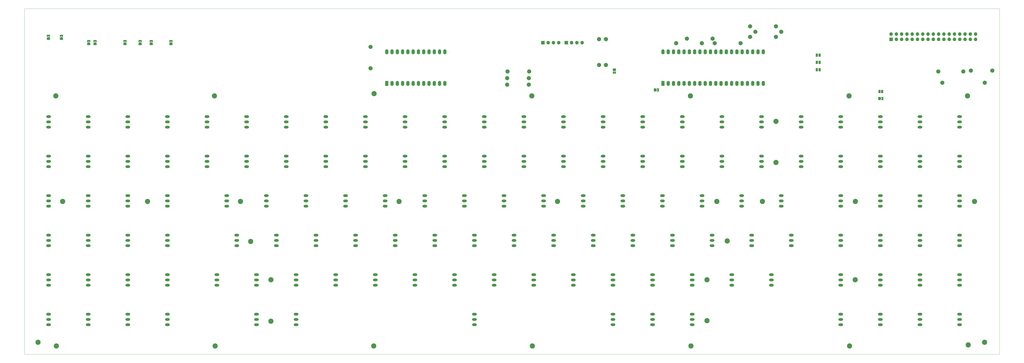
<source format=gbr>
%TF.GenerationSoftware,KiCad,Pcbnew,(6.0.5-0)*%
%TF.CreationDate,2022-06-24T21:01:45-04:00*%
%TF.ProjectId,SpaceCadet-rounded,53706163-6543-4616-9465-742d726f756e,rev?*%
%TF.SameCoordinates,Original*%
%TF.FileFunction,Soldermask,Top*%
%TF.FilePolarity,Negative*%
%FSLAX46Y46*%
G04 Gerber Fmt 4.6, Leading zero omitted, Abs format (unit mm)*
G04 Created by KiCad (PCBNEW (6.0.5-0)) date 2022-06-24 21:01:45*
%MOMM*%
%LPD*%
G01*
G04 APERTURE LIST*
G04 Aperture macros list*
%AMFreePoly0*
4,1,6,1.000000,0.000000,0.500000,-0.750000,-0.500000,-0.750000,-0.500000,0.750000,0.500000,0.750000,1.000000,0.000000,1.000000,0.000000,$1*%
%AMFreePoly1*
4,1,6,0.500000,-0.750000,-0.650000,-0.750000,-0.150000,0.000000,-0.650000,0.750000,0.500000,0.750000,0.500000,-0.750000,0.500000,-0.750000,$1*%
G04 Aperture macros list end*
%TA.AperFunction,Profile*%
%ADD10C,0.100000*%
%TD*%
%ADD11C,2.500000*%
%ADD12O,2.286000X1.300000*%
%ADD13R,1.600000X2.400000*%
%ADD14O,1.600000X2.400000*%
%ADD15C,2.000000*%
%ADD16R,1.700000X1.700000*%
%ADD17O,1.700000X1.700000*%
%ADD18FreePoly0,90.000000*%
%ADD19FreePoly1,90.000000*%
%ADD20FreePoly0,0.000000*%
%ADD21FreePoly1,0.000000*%
%ADD22R,1.000000X1.500000*%
%ADD23FreePoly0,270.000000*%
%ADD24FreePoly1,270.000000*%
G04 APERTURE END LIST*
D10*
X64250000Y-81300000D02*
X533250000Y-81300000D01*
X533250000Y-81300000D02*
X533250000Y-247900000D01*
X533250000Y-247900000D02*
X64250000Y-247900000D01*
X64250000Y-247900000D02*
X64250000Y-81300000D01*
D11*
%TO.C,REF\u002A\u002A*%
X79600000Y-243900000D03*
%TD*%
D12*
%TO.C,SW91*%
X456825000Y-190510000D03*
X456825000Y-193050000D03*
X456825000Y-195590000D03*
%TD*%
D11*
%TO.C,REF\u002A\u002A*%
X384550000Y-123300000D03*
%TD*%
D12*
%TO.C,SW73*%
X94875000Y-190510000D03*
X94875000Y-193050000D03*
X94875000Y-195590000D03*
%TD*%
%TO.C,SW104*%
X252037500Y-209560000D03*
X252037500Y-212100000D03*
X252037500Y-214640000D03*
%TD*%
%TO.C,SW31*%
X190125000Y-152410000D03*
X190125000Y-154950000D03*
X190125000Y-157490000D03*
%TD*%
D11*
%TO.C,REF\u002A\u002A*%
X463750000Y-212000000D03*
%TD*%
D12*
%TO.C,SW7*%
X190125000Y-133360000D03*
X190125000Y-135900000D03*
X190125000Y-138440000D03*
%TD*%
%TO.C,SW112*%
X404437500Y-209560000D03*
X404437500Y-212100000D03*
X404437500Y-214640000D03*
%TD*%
%TO.C,SW113*%
X423487500Y-209560000D03*
X423487500Y-212100000D03*
X423487500Y-214640000D03*
%TD*%
%TO.C,SW127*%
X494925000Y-228610000D03*
X494925000Y-231150000D03*
X494925000Y-233690000D03*
%TD*%
D11*
%TO.C,REF\u002A\u002A*%
X460800000Y-123300000D03*
%TD*%
D13*
%TO.C,U2*%
X371353000Y-117353000D03*
D14*
X373893000Y-117353000D03*
X376433000Y-117353000D03*
X378973000Y-117353000D03*
X381513000Y-117353000D03*
X384053000Y-117353000D03*
X386593000Y-117353000D03*
X389133000Y-117353000D03*
X391673000Y-117353000D03*
X394213000Y-117353000D03*
X396753000Y-117353000D03*
X399293000Y-117353000D03*
X401833000Y-117353000D03*
X404373000Y-117353000D03*
X406913000Y-117353000D03*
X409453000Y-117353000D03*
X411993000Y-117353000D03*
X414533000Y-117353000D03*
X417073000Y-117353000D03*
X419613000Y-117353000D03*
X419613000Y-102113000D03*
X417073000Y-102113000D03*
X414533000Y-102113000D03*
X411993000Y-102113000D03*
X409453000Y-102113000D03*
X406913000Y-102113000D03*
X404373000Y-102113000D03*
X401833000Y-102113000D03*
X399293000Y-102113000D03*
X396753000Y-102113000D03*
X394213000Y-102113000D03*
X391673000Y-102113000D03*
X389133000Y-102113000D03*
X386593000Y-102113000D03*
X384053000Y-102113000D03*
X381513000Y-102113000D03*
X378973000Y-102113000D03*
X376433000Y-102113000D03*
X373893000Y-102113000D03*
X371353000Y-102113000D03*
%TD*%
D12*
%TO.C,SW1*%
X75825000Y-133360000D03*
X75825000Y-135900000D03*
X75825000Y-138440000D03*
%TD*%
D15*
%TO.C,C12*%
X230710000Y-99680000D03*
X230710000Y-110080000D03*
%TD*%
D12*
%TO.C,SW10*%
X247275000Y-133360000D03*
X247275000Y-135900000D03*
X247275000Y-138440000D03*
%TD*%
D15*
%TO.C,C15*%
X529770000Y-111150000D03*
X519370000Y-111150000D03*
%TD*%
D11*
%TO.C,REF\u002A\u002A*%
X168150000Y-174200000D03*
%TD*%
D12*
%TO.C,SW59*%
X275850000Y-171460000D03*
X275850000Y-174000000D03*
X275850000Y-176540000D03*
%TD*%
D16*
%TO.C,J0*%
X481071000Y-96074000D03*
D17*
X481071000Y-93534000D03*
X483611000Y-96074000D03*
X483611000Y-93534000D03*
X486151000Y-96074000D03*
X486151000Y-93534000D03*
X488691000Y-96074000D03*
X488691000Y-93534000D03*
X491231000Y-96074000D03*
X491231000Y-93534000D03*
X493771000Y-96074000D03*
X493771000Y-93534000D03*
X496311000Y-96074000D03*
X496311000Y-93534000D03*
X498851000Y-96074000D03*
X498851000Y-93534000D03*
X501391000Y-96074000D03*
X501391000Y-93534000D03*
X503931000Y-96074000D03*
X503931000Y-93534000D03*
X506471000Y-96074000D03*
X506471000Y-93534000D03*
X509011000Y-96074000D03*
X509011000Y-93534000D03*
X511551000Y-96074000D03*
X511551000Y-93534000D03*
X514091000Y-96074000D03*
X514091000Y-93534000D03*
X516631000Y-96074000D03*
X516631000Y-93534000D03*
X519171000Y-96074000D03*
X519171000Y-93534000D03*
X521711000Y-96074000D03*
X521711000Y-93534000D03*
%TD*%
D12*
%TO.C,SW98*%
X132975000Y-209560000D03*
X132975000Y-212100000D03*
X132975000Y-214640000D03*
%TD*%
%TO.C,SW93*%
X494925000Y-190510000D03*
X494925000Y-193050000D03*
X494925000Y-195590000D03*
%TD*%
D13*
%TO.C,U1*%
X238501000Y-117328000D03*
D14*
X241041000Y-117328000D03*
X243581000Y-117328000D03*
X246121000Y-117328000D03*
X248661000Y-117328000D03*
X251201000Y-117328000D03*
X253741000Y-117328000D03*
X256281000Y-117328000D03*
X258821000Y-117328000D03*
X261361000Y-117328000D03*
X263901000Y-117328000D03*
X266441000Y-117328000D03*
X266441000Y-102088000D03*
X263901000Y-102088000D03*
X261361000Y-102088000D03*
X258821000Y-102088000D03*
X256281000Y-102088000D03*
X253741000Y-102088000D03*
X251201000Y-102088000D03*
X248661000Y-102088000D03*
X246121000Y-102088000D03*
X243581000Y-102088000D03*
X241041000Y-102088000D03*
X238501000Y-102088000D03*
%TD*%
D11*
%TO.C,REF\u002A\u002A*%
X79300000Y-123300000D03*
%TD*%
%TO.C,REF\u002A\u002A*%
X521200000Y-174200000D03*
%TD*%
D12*
%TO.C,SW119*%
X94875000Y-228610000D03*
X94875000Y-231150000D03*
X94875000Y-233690000D03*
%TD*%
%TO.C,SW57*%
X237750000Y-171460000D03*
X237750000Y-174000000D03*
X237750000Y-176540000D03*
%TD*%
%TO.C,SW92*%
X475875000Y-190510000D03*
X475875000Y-193050000D03*
X475875000Y-195590000D03*
%TD*%
%TO.C,SW83*%
X299662500Y-190510000D03*
X299662500Y-193050000D03*
X299662500Y-195590000D03*
%TD*%
D16*
%TO.C,J3_2*%
X324866000Y-97663000D03*
D17*
X327406000Y-97663000D03*
X329946000Y-97663000D03*
X332486000Y-97663000D03*
%TD*%
D12*
%TO.C,SW97*%
X113925000Y-209560000D03*
X113925000Y-212100000D03*
X113925000Y-214640000D03*
%TD*%
%TO.C,SW76*%
X166312500Y-190510000D03*
X166312500Y-193050000D03*
X166312500Y-195590000D03*
%TD*%
D15*
%TO.C,R11*%
X425670000Y-89790000D03*
X413270000Y-89790000D03*
%TD*%
D12*
%TO.C,SW110*%
X366337500Y-209560000D03*
X366337500Y-212100000D03*
X366337500Y-214640000D03*
%TD*%
D11*
%TO.C,REF\u002A\u002A*%
X419150000Y-174200000D03*
%TD*%
D12*
%TO.C,SW128*%
X513975000Y-228610000D03*
X513975000Y-231150000D03*
X513975000Y-233690000D03*
%TD*%
%TO.C,SW55*%
X199650000Y-171460000D03*
X199650000Y-174000000D03*
X199650000Y-176540000D03*
%TD*%
%TO.C,SW5*%
X152025000Y-133360000D03*
X152025000Y-135900000D03*
X152025000Y-138440000D03*
%TD*%
D18*
%TO.C,JP29*%
X112572800Y-98362600D03*
D19*
X112572800Y-96912600D03*
%TD*%
D12*
%TO.C,SW105*%
X271087500Y-209560000D03*
X271087500Y-212100000D03*
X271087500Y-214640000D03*
%TD*%
%TO.C,SW33*%
X228225000Y-152410000D03*
X228225000Y-154950000D03*
X228225000Y-157490000D03*
%TD*%
%TO.C,SW86*%
X356812500Y-190510000D03*
X356812500Y-193050000D03*
X356812500Y-195590000D03*
%TD*%
D11*
%TO.C,REF\u002A\u002A*%
X182750000Y-212000000D03*
%TD*%
D12*
%TO.C,SW61*%
X313950000Y-171460000D03*
X313950000Y-174000000D03*
X313950000Y-176540000D03*
%TD*%
%TO.C,SW8*%
X209175000Y-133360000D03*
X209175000Y-135900000D03*
X209175000Y-138440000D03*
%TD*%
D15*
%TO.C,C16*%
X526130000Y-117010000D03*
X505730000Y-117010000D03*
%TD*%
D12*
%TO.C,SW15*%
X342525000Y-133360000D03*
X342525000Y-135900000D03*
X342525000Y-138440000D03*
%TD*%
D11*
%TO.C,REF\u002A\u002A*%
X463900000Y-174200000D03*
%TD*%
D12*
%TO.C,SW69*%
X475875000Y-171460000D03*
X475875000Y-174000000D03*
X475875000Y-176540000D03*
%TD*%
%TO.C,SW50*%
X94875000Y-171460000D03*
X94875000Y-174000000D03*
X94875000Y-176540000D03*
%TD*%
%TO.C,SW44*%
X437775000Y-152410000D03*
X437775000Y-154950000D03*
X437775000Y-157490000D03*
%TD*%
%TO.C,SW115*%
X475875000Y-209560000D03*
X475875000Y-212100000D03*
X475875000Y-214640000D03*
%TD*%
%TO.C,SW16*%
X361575000Y-133360000D03*
X361575000Y-135900000D03*
X361575000Y-138440000D03*
%TD*%
D11*
%TO.C,REF\u002A\u002A*%
X82650000Y-174200000D03*
%TD*%
D15*
%TO.C,R7*%
X395230000Y-95780000D03*
X382830000Y-95780000D03*
%TD*%
D12*
%TO.C,SW19*%
X418725000Y-133360000D03*
X418725000Y-135900000D03*
X418725000Y-138440000D03*
%TD*%
%TO.C,SW120*%
X113925000Y-228610000D03*
X113925000Y-231150000D03*
X113925000Y-233690000D03*
%TD*%
D11*
%TO.C,REF\u002A\u002A*%
X517800000Y-123300000D03*
%TD*%
D12*
%TO.C,SW49*%
X75825000Y-171460000D03*
X75825000Y-174000000D03*
X75825000Y-176540000D03*
%TD*%
%TO.C,SW70*%
X494925000Y-171460000D03*
X494925000Y-174000000D03*
X494925000Y-176540000D03*
%TD*%
D15*
%TO.C,R5*%
X343870000Y-96020000D03*
X343870000Y-108420000D03*
%TD*%
%TO.C,C13*%
X306830000Y-114760000D03*
X296430000Y-114760000D03*
%TD*%
D12*
%TO.C,SW28*%
X132975000Y-152410000D03*
X132975000Y-154950000D03*
X132975000Y-157490000D03*
%TD*%
D18*
%TO.C,JP30*%
X119888000Y-98362600D03*
D19*
X119888000Y-96912600D03*
%TD*%
D12*
%TO.C,SW54*%
X180600000Y-171460000D03*
X180600000Y-174000000D03*
X180600000Y-176540000D03*
%TD*%
%TO.C,SW67*%
X428250000Y-171460000D03*
X428250000Y-174000000D03*
X428250000Y-176540000D03*
%TD*%
D20*
%TO.C,JP19*%
X367396600Y-120434000D03*
D21*
X368846600Y-120434000D03*
%TD*%
D12*
%TO.C,SW56*%
X218700000Y-171460000D03*
X218700000Y-174000000D03*
X218700000Y-176540000D03*
%TD*%
%TO.C,SW89*%
X413962500Y-190510000D03*
X413962500Y-193050000D03*
X413962500Y-195590000D03*
%TD*%
%TO.C,SW48*%
X513975000Y-152410000D03*
X513975000Y-154950000D03*
X513975000Y-157490000D03*
%TD*%
%TO.C,SW122*%
X175837500Y-228610000D03*
X175837500Y-231150000D03*
X175837500Y-233690000D03*
%TD*%
%TO.C,SW84*%
X318712500Y-190510000D03*
X318712500Y-193050000D03*
X318712500Y-195590000D03*
%TD*%
D22*
%TO.C,JP22*%
X445346600Y-103734000D03*
X446646600Y-103734000D03*
%TD*%
D12*
%TO.C,SW123*%
X280612500Y-228610000D03*
X280612500Y-231150000D03*
X280612500Y-233690000D03*
%TD*%
%TO.C,SW62*%
X333000000Y-171460000D03*
X333000000Y-174000000D03*
X333000000Y-176540000D03*
%TD*%
%TO.C,SW100*%
X175837500Y-209560000D03*
X175837500Y-212100000D03*
X175837500Y-214640000D03*
%TD*%
%TO.C,SW22*%
X475875000Y-133360000D03*
X475875000Y-135900000D03*
X475875000Y-138440000D03*
%TD*%
%TO.C,SW116*%
X494925000Y-209560000D03*
X494925000Y-212100000D03*
X494925000Y-214640000D03*
%TD*%
%TO.C,SW32*%
X209175000Y-152410000D03*
X209175000Y-154950000D03*
X209175000Y-157490000D03*
%TD*%
%TO.C,SW51*%
X113925000Y-171460000D03*
X113925000Y-174000000D03*
X113925000Y-176540000D03*
%TD*%
D15*
%TO.C,R9*%
X425670000Y-94880000D03*
X413270000Y-94880000D03*
%TD*%
D22*
%TO.C,JP20*%
X445346600Y-110759000D03*
X446646600Y-110759000D03*
%TD*%
D12*
%TO.C,SW24*%
X513975000Y-133360000D03*
X513975000Y-135900000D03*
X513975000Y-138440000D03*
%TD*%
%TO.C,SW14*%
X323475034Y-133360008D03*
X323475034Y-135900008D03*
X323475034Y-138440008D03*
%TD*%
%TO.C,SW40*%
X361575000Y-152410000D03*
X361575000Y-154950000D03*
X361575000Y-157490000D03*
%TD*%
%TO.C,SW64*%
X371100000Y-171460000D03*
X371100000Y-174000000D03*
X371100000Y-176540000D03*
%TD*%
%TO.C,SW95*%
X75825000Y-209560000D03*
X75825000Y-212100000D03*
X75825000Y-214640000D03*
%TD*%
%TO.C,SW82*%
X280612500Y-190510000D03*
X280612500Y-193050000D03*
X280612500Y-195590000D03*
%TD*%
%TO.C,SW17*%
X380625000Y-133360000D03*
X380625000Y-135900000D03*
X380625000Y-138440000D03*
%TD*%
D11*
%TO.C,REF\u002A\u002A*%
X70800000Y-242100000D03*
%TD*%
D12*
%TO.C,SW87*%
X375862500Y-190510000D03*
X375862500Y-193050000D03*
X375862500Y-195590000D03*
%TD*%
D18*
%TO.C,JP26*%
X82042000Y-95859600D03*
D19*
X82042000Y-94409600D03*
%TD*%
D11*
%TO.C,REF\u002A\u002A*%
X155900000Y-243900000D03*
%TD*%
D12*
%TO.C,SW99*%
X156787500Y-209560000D03*
X156787500Y-212100000D03*
X156787500Y-214640000D03*
%TD*%
D15*
%TO.C,R8*%
X396240000Y-97960000D03*
X408640000Y-97960000D03*
%TD*%
D12*
%TO.C,SW124*%
X366337500Y-228610000D03*
X366337500Y-231150000D03*
X366337500Y-233690000D03*
%TD*%
%TO.C,SW88*%
X394912500Y-190510000D03*
X394912500Y-193050000D03*
X394912500Y-195590000D03*
%TD*%
D15*
%TO.C,R4*%
X340590000Y-96020000D03*
X340590000Y-108420000D03*
%TD*%
D12*
%TO.C,SW90*%
X433012500Y-190510000D03*
X433012500Y-193050000D03*
X433012500Y-195590000D03*
%TD*%
D11*
%TO.C,REF\u002A\u002A*%
X425700000Y-135650000D03*
%TD*%
D15*
%TO.C,R6*%
X390040000Y-97950000D03*
X377640000Y-97950000D03*
%TD*%
D11*
%TO.C,REF\u002A\u002A*%
X308500000Y-243900000D03*
%TD*%
%TO.C,REF\u002A\u002A*%
X518100000Y-243400000D03*
%TD*%
D12*
%TO.C,SW107*%
X309187500Y-209560000D03*
X309187500Y-212100000D03*
X309187500Y-214640000D03*
%TD*%
D15*
%TO.C,Y3*%
X296600000Y-111550000D03*
X307000000Y-111550000D03*
%TD*%
D12*
%TO.C,SW101*%
X194887500Y-209560000D03*
X194887500Y-212100000D03*
X194887500Y-214640000D03*
%TD*%
%TO.C,SW46*%
X475875000Y-152410000D03*
X475875000Y-154950000D03*
X475875000Y-157490000D03*
%TD*%
%TO.C,SW109*%
X347287500Y-209560000D03*
X347287500Y-212100000D03*
X347287500Y-214640000D03*
%TD*%
%TO.C,SW66*%
X409200000Y-171460000D03*
X409200000Y-174000000D03*
X409200000Y-176540000D03*
%TD*%
%TO.C,SW79*%
X223462500Y-190510000D03*
X223462500Y-193050000D03*
X223462500Y-195590000D03*
%TD*%
%TO.C,SW102*%
X213937500Y-209560000D03*
X213937500Y-212100000D03*
X213937500Y-214640000D03*
%TD*%
%TO.C,SW85*%
X337762500Y-190510000D03*
X337762500Y-193050000D03*
X337762500Y-195590000D03*
%TD*%
%TO.C,SW121*%
X132975000Y-228610000D03*
X132975000Y-231150000D03*
X132975000Y-233690000D03*
%TD*%
%TO.C,SW52*%
X132975000Y-171460000D03*
X132975000Y-174000000D03*
X132975000Y-176540000D03*
%TD*%
%TO.C,SW23*%
X494925000Y-133360000D03*
X494925000Y-135900000D03*
X494925000Y-138440000D03*
%TD*%
%TO.C,SW21*%
X456825000Y-133360000D03*
X456825000Y-135900000D03*
X456825000Y-138440000D03*
%TD*%
D11*
%TO.C,REF\u002A\u002A*%
X526050000Y-242100000D03*
%TD*%
D12*
%TO.C,SW68*%
X456825000Y-171460000D03*
X456825000Y-174000000D03*
X456825000Y-176540000D03*
%TD*%
D11*
%TO.C,REF\u002A\u002A*%
X402250000Y-193250000D03*
%TD*%
D16*
%TO.C,J3_1*%
X313573000Y-97663000D03*
D17*
X316113000Y-97663000D03*
X318653000Y-97663000D03*
X321193000Y-97663000D03*
%TD*%
D12*
%TO.C,SW12*%
X285375000Y-133360000D03*
X285375000Y-135900000D03*
X285375000Y-138440000D03*
%TD*%
%TO.C,SW96*%
X94875000Y-209560000D03*
X94875000Y-212100000D03*
X94875000Y-214640000D03*
%TD*%
D11*
%TO.C,REF\u002A\u002A*%
X232375000Y-122250000D03*
%TD*%
D12*
%TO.C,SW34*%
X247275000Y-152410000D03*
X247275000Y-154950000D03*
X247275000Y-157490000D03*
%TD*%
%TO.C,SW42*%
X399675000Y-152410000D03*
X399675000Y-154950000D03*
X399675000Y-157490000D03*
%TD*%
%TO.C,SW80*%
X242512500Y-190510000D03*
X242512500Y-193050000D03*
X242512500Y-195590000D03*
%TD*%
D18*
%TO.C,JP28*%
X98196400Y-98362600D03*
D19*
X98196400Y-96912600D03*
%TD*%
D12*
%TO.C,SW6*%
X171075000Y-133360000D03*
X171075000Y-135900000D03*
X171075000Y-138440000D03*
%TD*%
%TO.C,SW118*%
X75825000Y-228610000D03*
X75825000Y-231150000D03*
X75825000Y-233690000D03*
%TD*%
%TO.C,SW74*%
X113925000Y-190510000D03*
X113925000Y-193050000D03*
X113925000Y-195590000D03*
%TD*%
%TO.C,SW4*%
X132975000Y-133360000D03*
X132975000Y-135900000D03*
X132975000Y-138440000D03*
%TD*%
%TO.C,SW45*%
X456825000Y-152410000D03*
X456825000Y-154950000D03*
X456825000Y-157490000D03*
%TD*%
%TO.C,SW43*%
X418725000Y-152410000D03*
X418725000Y-154950000D03*
X418725000Y-157490000D03*
%TD*%
D11*
%TO.C,REF\u002A\u002A*%
X320650000Y-174200000D03*
%TD*%
%TO.C,REF\u002A\u002A*%
X232200000Y-243900000D03*
%TD*%
%TO.C,REF\u002A\u002A*%
X384800000Y-243900000D03*
%TD*%
D22*
%TO.C,JP21*%
X445346600Y-107175000D03*
X446646600Y-107175000D03*
%TD*%
D12*
%TO.C,SW103*%
X232987500Y-209560000D03*
X232987500Y-212100000D03*
X232987500Y-214640000D03*
%TD*%
%TO.C,SW20*%
X437775000Y-133360000D03*
X437775000Y-135900000D03*
X437775000Y-138440000D03*
%TD*%
D11*
%TO.C,REF\u002A\u002A*%
X155612500Y-123300000D03*
%TD*%
%TO.C,REF\u002A\u002A*%
X397200000Y-174200000D03*
%TD*%
D12*
%TO.C,SW13*%
X304425000Y-133360000D03*
X304425000Y-135900000D03*
X304425000Y-138440000D03*
%TD*%
%TO.C,SW30*%
X171075000Y-152410000D03*
X171075000Y-154950000D03*
X171075000Y-157490000D03*
%TD*%
%TO.C,SW58*%
X256800000Y-171460000D03*
X256800000Y-174000000D03*
X256800000Y-176540000D03*
%TD*%
D11*
%TO.C,REF\u002A\u002A*%
X123400000Y-174200000D03*
%TD*%
D12*
%TO.C,SW78*%
X204412500Y-190510000D03*
X204412500Y-193050000D03*
X204412500Y-195590000D03*
%TD*%
%TO.C,SW123a0*%
X347287500Y-228610000D03*
X347287500Y-231150000D03*
X347287500Y-233690000D03*
%TD*%
%TO.C,SW125*%
X456825000Y-228610000D03*
X456825000Y-231150000D03*
X456825000Y-233690000D03*
%TD*%
%TO.C,SW37*%
X304425000Y-152410000D03*
X304425000Y-154950000D03*
X304425000Y-157490000D03*
%TD*%
%TO.C,SW122a0*%
X194887500Y-228610000D03*
X194887500Y-231150000D03*
X194887500Y-233690000D03*
%TD*%
D11*
%TO.C,REF\u002A\u002A*%
X173000000Y-193500000D03*
%TD*%
D12*
%TO.C,SW81*%
X261562500Y-190510000D03*
X261562500Y-193050000D03*
X261562500Y-195590000D03*
%TD*%
%TO.C,SW39*%
X342525000Y-152410000D03*
X342525000Y-154950000D03*
X342525000Y-157490000D03*
%TD*%
%TO.C,SW72*%
X75825000Y-190510000D03*
X75825000Y-193050000D03*
X75825000Y-195590000D03*
%TD*%
D15*
%TO.C,C17*%
X503770000Y-111590000D03*
X515770000Y-111590000D03*
%TD*%
%TO.C,C14*%
X306830000Y-117910000D03*
X296430000Y-117910000D03*
%TD*%
D18*
%TO.C,JP31*%
X125222000Y-98362600D03*
D19*
X125222000Y-96912600D03*
%TD*%
D15*
%TO.C,R10*%
X428210000Y-92400000D03*
X415810000Y-92400000D03*
%TD*%
D12*
%TO.C,SW3*%
X113925000Y-133360000D03*
X113925000Y-135900000D03*
X113925000Y-138440000D03*
%TD*%
%TO.C,SW27*%
X113925000Y-152410000D03*
X113925000Y-154950000D03*
X113925000Y-157490000D03*
%TD*%
%TO.C,SW94*%
X513975000Y-190510000D03*
X513975000Y-193050000D03*
X513975000Y-195590000D03*
%TD*%
%TO.C,SW117*%
X513975000Y-209560000D03*
X513975000Y-212100000D03*
X513975000Y-214640000D03*
%TD*%
%TO.C,SW26*%
X94875000Y-152410000D03*
X94875000Y-154950000D03*
X94875000Y-157490000D03*
%TD*%
%TO.C,SW18*%
X399675000Y-133360000D03*
X399675000Y-135900000D03*
X399675000Y-138440000D03*
%TD*%
D18*
%TO.C,JP27*%
X95148400Y-98362600D03*
D19*
X95148400Y-96912600D03*
%TD*%
D12*
%TO.C,SW53*%
X161550000Y-171460000D03*
X161550000Y-174000000D03*
X161550000Y-176540000D03*
%TD*%
%TO.C,SW124a0*%
X385387500Y-228610000D03*
X385387500Y-231150000D03*
X385387500Y-233690000D03*
%TD*%
D11*
%TO.C,REF\u002A\u002A*%
X392500000Y-212000000D03*
%TD*%
D12*
%TO.C,SW60*%
X294900000Y-171460000D03*
X294900000Y-174000000D03*
X294900000Y-176540000D03*
%TD*%
%TO.C,SW29*%
X152025000Y-152410000D03*
X152025000Y-154950000D03*
X152025000Y-157490000D03*
%TD*%
%TO.C,SW126*%
X475875000Y-228610000D03*
X475875000Y-231150000D03*
X475875000Y-233690000D03*
%TD*%
%TO.C,SW71*%
X513975000Y-171460000D03*
X513975000Y-174000000D03*
X513975000Y-176540000D03*
%TD*%
%TO.C,SW111*%
X385387500Y-209560000D03*
X385387500Y-212100000D03*
X385387500Y-214640000D03*
%TD*%
%TO.C,SW9*%
X228225000Y-133360000D03*
X228225000Y-135900000D03*
X228225000Y-138440000D03*
%TD*%
%TO.C,SW2*%
X94875000Y-133360000D03*
X94875000Y-135900000D03*
X94875000Y-138440000D03*
%TD*%
%TO.C,SW77*%
X185362500Y-190510000D03*
X185362500Y-193050000D03*
X185362500Y-195590000D03*
%TD*%
%TO.C,SW36*%
X285375000Y-152410000D03*
X285375000Y-154950000D03*
X285375000Y-157490000D03*
%TD*%
%TO.C,SW75*%
X132975000Y-190510000D03*
X132975000Y-193050000D03*
X132975000Y-195590000D03*
%TD*%
D11*
%TO.C,REF\u002A\u002A*%
X182750000Y-232000000D03*
%TD*%
%TO.C,REF\u002A\u002A*%
X461100000Y-243900000D03*
%TD*%
%TO.C,REF\u002A\u002A*%
X425700000Y-155400000D03*
%TD*%
D12*
%TO.C,SW47*%
X494925000Y-152410000D03*
X494925000Y-154950000D03*
X494925000Y-157490000D03*
%TD*%
%TO.C,SW25*%
X75825000Y-152410000D03*
X75825000Y-154950000D03*
X75825000Y-157490000D03*
%TD*%
D20*
%TO.C,JP23*%
X475350000Y-124625000D03*
D21*
X476800000Y-124625000D03*
%TD*%
D18*
%TO.C,JP25*%
X75742800Y-95859600D03*
D19*
X75742800Y-94409600D03*
%TD*%
D12*
%TO.C,SW38*%
X323475000Y-152410000D03*
X323475000Y-154950000D03*
X323475000Y-157490000D03*
%TD*%
D18*
%TO.C,JP32*%
X134670800Y-98362600D03*
D19*
X134670800Y-96912600D03*
%TD*%
D23*
%TO.C,JP18*%
X347925000Y-110625000D03*
D24*
X347925000Y-112075000D03*
%TD*%
D11*
%TO.C,REF\u002A\u002A*%
X392500000Y-231750000D03*
%TD*%
D12*
%TO.C,SW108*%
X328237500Y-209560000D03*
X328237500Y-212100000D03*
X328237500Y-214640000D03*
%TD*%
%TO.C,SW65*%
X390150000Y-171460000D03*
X390150000Y-174000000D03*
X390150000Y-176540000D03*
%TD*%
%TO.C,SW41*%
X380625000Y-152410000D03*
X380625000Y-154950000D03*
X380625000Y-157490000D03*
%TD*%
D11*
%TO.C,REF\u002A\u002A*%
X244400000Y-174200000D03*
%TD*%
D12*
%TO.C,SW114*%
X456825000Y-209560000D03*
X456825000Y-212100000D03*
X456825000Y-214640000D03*
%TD*%
D11*
%TO.C,REF\u002A\u002A*%
X308237500Y-123300000D03*
%TD*%
D12*
%TO.C,SW106*%
X290137500Y-209560000D03*
X290137500Y-212100000D03*
X290137500Y-214640000D03*
%TD*%
D22*
%TO.C,JP24*%
X475425000Y-121250000D03*
X476725000Y-121250000D03*
%TD*%
D12*
%TO.C,SW11*%
X266325000Y-133360000D03*
X266325000Y-135900000D03*
X266325000Y-138440000D03*
%TD*%
%TO.C,SW63*%
X352050000Y-171460000D03*
X352050000Y-174000000D03*
X352050000Y-176540000D03*
%TD*%
%TO.C,SW35*%
X266325000Y-152410000D03*
X266325000Y-154950000D03*
X266325000Y-157490000D03*
%TD*%
M02*

</source>
